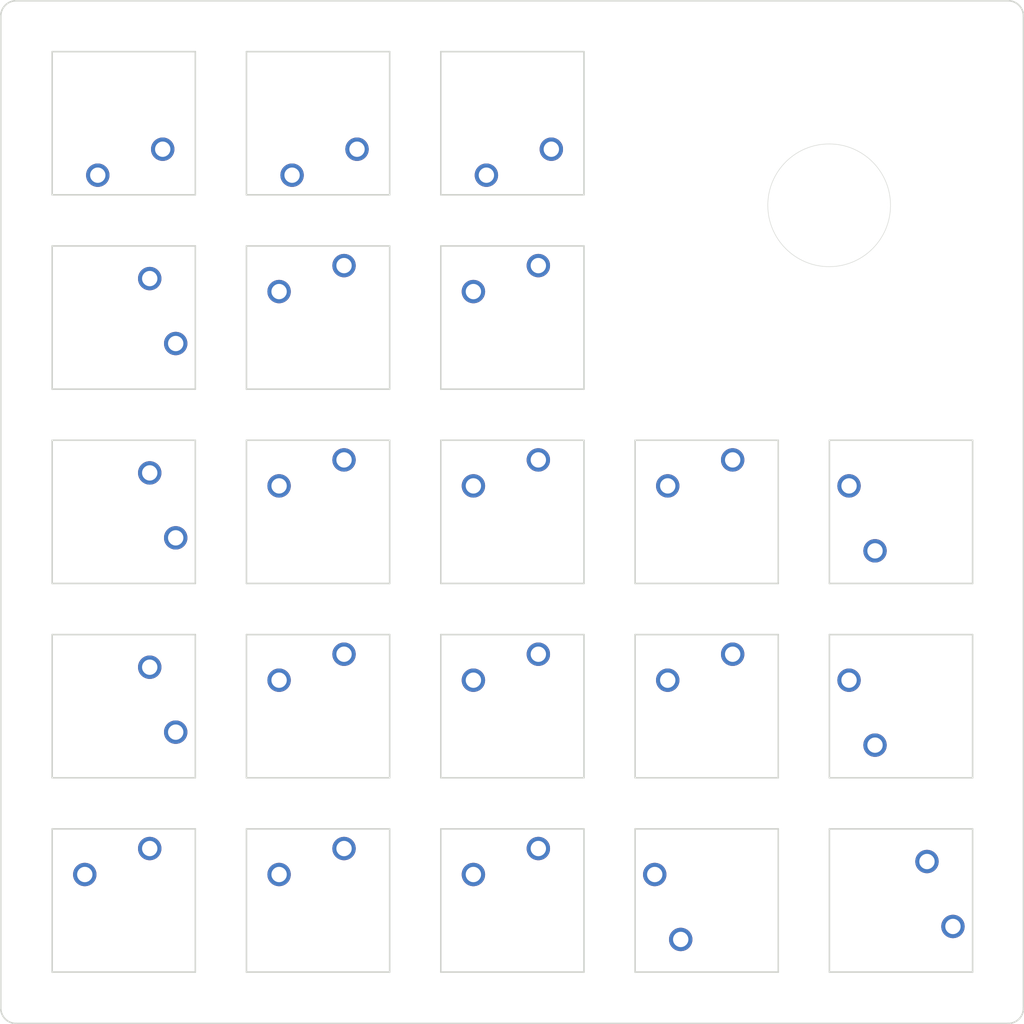
<source format=kicad_pcb>
(kicad_pcb (version 20211014) (generator pcbnew)
  (title_block (title "ortho-tb-top-plate") (rev "v1.0.0") (company "Unknown"))
  (layers (0 "F.Cu" signal) (31 "B.Cu" signal) (34 "B.Paste" user) (35 "F.Paste" user) (36 "B.SilkS" user "B.Silkscreen") (37 "F.SilkS" user "F.Silkscreen") (38 "B.Mask" user) (39 "F.Mask" user) (44 "Edge.Cuts" user))
  (net 0 "")
  (net 1 "GND")
  (net 2 "m_c1_r1")
  (net 3 "m_c1_r2")
  (net 4 "m_c1_r3")
  (net 5 "m_c1_r4")
  (net 6 "m_c1_r5")
  (net 7 "m_c2_r1")
  (net 8 "m_c2_r2")
  (net 9 "m_c2_r3")
  (net 10 "m_c2_r4")
  (net 11 "m_c2_r5")
  (net 12 "m_c3_r1")
  (net 13 "m_c3_r2")
  (net 14 "m_c3_r3")
  (net 15 "m_c3_r4")
  (net 16 "m_c3_r5")
  (net 17 "m_c4_r1")
  (net 18 "m_c4_r2")
  (net 19 "m_c4_r3")
  (net 20 "m_c5_r1")
  (net 21 "m_c5_r2")
  (net 22 "m_c5_r3")
  (footprint "MX" (layer "F.Cu") (at 12.025 -50.025 -90)
    (fp_text reference "S3" hide)
    (fp_text value "" hide)
    (pad "" np_thru_hole circle locked (at 0 0) (size 3.9878 3.9878) (drill 3.9878) (layers *.Cu *.Mask))
    (pad "" np_thru_hole circle locked (at 5.08 0) (size 1.7018 1.7018) (drill 1.7018) (layers *.Cu *.Mask))
    (pad "" np_thru_hole circle locked (at -5.08 0) (size 1.7018 1.7018) (drill 1.7018) (layers *.Cu *.Mask))
    (pad "1" thru_hole circle locked (at 2.54 -5.08) (size 2.286 2.286) (drill 1.4986) (layers *.Cu *.Mask) (net 1 "GND"))
    (pad "2" thru_hole circle locked (at -3.81 -2.54) (size 2.286 2.286) (drill 1.4986) (layers *.Cu *.Mask) (net 4 "m_c1_r3"))
  )
  (footprint "MountingHole:MountingHole_2.2mm_M2" (layer "F.Cu") (at 2.5 -97.5)
    (fp_text reference "" (at 0 0) (layer "F.SilkS") (effects (font (size 1.27 1.27))))
    (fp_text value "" (at 0 0) (layer "F.SilkS") (effects (font (size 1.27 1.27))))
    (pad "" np_thru_hole circle locked (at 0 0) (size 2.2 2.2) (drill 2.2) (layers *.Cu *.Mask))
  )
  (footprint "MX" (layer "F.Cu") (at 12.025 -12.025)
    (fp_text reference "S1" hide)
    (fp_text value "" hide)
    (pad "" np_thru_hole circle locked (at -5.08 0) (size 1.7018 1.7018) (drill 1.7018) (layers *.Cu *.Mask))
    (pad "" np_thru_hole circle locked (at 0 0) (size 3.9878 3.9878) (drill 3.9878) (layers *.Cu *.Mask))
    (pad "" np_thru_hole circle locked (at 5.08 0) (size 1.7018 1.7018) (drill 1.7018) (layers *.Cu *.Mask))
    (pad "1" thru_hole circle locked (at 2.54 -5.08) (size 2.286 2.286) (drill 1.4986) (layers *.Cu *.Mask) (net 1 "GND"))
    (pad "2" thru_hole circle locked (at -3.81 -2.54) (size 2.286 2.286) (drill 1.4986) (layers *.Cu *.Mask) (net 2 "m_c1_r1"))
  )
  (footprint "MountingHole:MountingHole_2.2mm_M2" (layer "F.Cu") (at 2.5 -2.5)
    (fp_text reference "" (at 0 0) (layer "F.SilkS") (effects (font (size 1.27 1.27))))
    (fp_text value "" (at 0 0) (layer "F.SilkS") (effects (font (size 1.27 1.27))))
    (pad "" np_thru_hole circle locked (at 0 0) (size 2.2 2.2) (drill 2.2) (layers *.Cu *.Mask))
  )
  (footprint "MX" (layer "F.Cu") (at 88.025 -50.025 90)
    (fp_text reference "S21" hide)
    (fp_text value "" hide)
    (pad "" np_thru_hole circle locked (at 5.08 0) (size 1.7018 1.7018) (drill 1.7018) (layers *.Cu *.Mask))
    (pad "" np_thru_hole circle locked (at -5.08 0) (size 1.7018 1.7018) (drill 1.7018) (layers *.Cu *.Mask))
    (pad "" np_thru_hole circle locked (at 0 0) (size 3.9878 3.9878) (drill 3.9878) (layers *.Cu *.Mask))
    (pad "1" thru_hole circle locked (at 2.54 -5.08) (size 2.286 2.286) (drill 1.4986) (layers *.Cu *.Mask) (net 1 "GND"))
    (pad "2" thru_hole circle locked (at -3.81 -2.54) (size 2.286 2.286) (drill 1.4986) (layers *.Cu *.Mask) (net 22 "m_c5_r3"))
  )
  (footprint "MountingHole:MountingHole_3.2mm_M3" (layer "F.Cu") (at 81 -80 136)
    (fp_text reference "" (at 0 0 136) (layer "F.SilkS") (effects (font (size 1.27 1.27))))
    (fp_text value "" (at 0 0 136) (layer "F.SilkS") (effects (font (size 1.27 1.27))))
    (pad "" np_thru_hole circle locked (at 16 0) (size 3 3) (drill 3) (layers *.Cu *.Mask))
    (pad "" np_thru_hole circle locked (at -8 13.856) (size 3 3) (drill 3) (layers *.Cu *.Mask))
    (pad "" np_thru_hole circle locked (at -8 -13.856) (size 3 3) (drill 3) (layers *.Cu *.Mask))
  )
  (footprint "MX" (layer "F.Cu") (at 12.025 -69.025 -90)
    (fp_text reference "S4" hide)
    (fp_text value "" hide)
    (pad "" np_thru_hole circle locked (at 5.08 0) (size 1.7018 1.7018) (drill 1.7018) (layers *.Cu *.Mask))
    (pad "" np_thru_hole circle locked (at -5.08 0) (size 1.7018 1.7018) (drill 1.7018) (layers *.Cu *.Mask))
    (pad "" np_thru_hole circle locked (at 0 0) (size 3.9878 3.9878) (drill 3.9878) (layers *.Cu *.Mask))
    (pad "1" thru_hole circle locked (at 2.54 -5.08) (size 2.286 2.286) (drill 1.4986) (layers *.Cu *.Mask) (net 1 "GND"))
    (pad "2" thru_hole circle locked (at -3.81 -2.54) (size 2.286 2.286) (drill 1.4986) (layers *.Cu *.Mask) (net 5 "m_c1_r4"))
  )
  (footprint "MountingHole:MountingHole_3.2mm_M3" (layer "F.Cu") (at 81 -80 159)
    (fp_text reference "" (at 0 0 159) (layer "F.SilkS") (effects (font (size 1.27 1.27))))
    (fp_text value "" (at 0 0 159) (layer "F.SilkS") (effects (font (size 1.27 1.27))))
    (pad "" np_thru_hole circle locked (at -9 15.588) (size 3 3) (drill 3) (layers *.Cu *.Mask))
    (pad "" np_thru_hole circle locked (at 18 0) (size 3 3) (drill 3) (layers *.Cu *.Mask))
    (pad "" np_thru_hole circle locked (at -9 -15.588) (size 3 3) (drill 3) (layers *.Cu *.Mask))
  )
  (footprint "MX" (layer "F.Cu") (at 31.025 -69.025)
    (fp_text reference "S9" hide)
    (fp_text value "" hide)
    (pad "" np_thru_hole circle locked (at 0 0) (size 3.9878 3.9878) (drill 3.9878) (layers *.Cu *.Mask))
    (pad "" np_thru_hole circle locked (at 5.08 0) (size 1.7018 1.7018) (drill 1.7018) (layers *.Cu *.Mask))
    (pad "" np_thru_hole circle locked (at -5.08 0) (size 1.7018 1.7018) (drill 1.7018) (layers *.Cu *.Mask))
    (pad "1" thru_hole circle locked (at 2.54 -5.08) (size 2.286 2.286) (drill 1.4986) (layers *.Cu *.Mask) (net 1 "GND"))
    (pad "2" thru_hole circle locked (at -3.81 -2.54) (size 2.286 2.286) (drill 1.4986) (layers *.Cu *.Mask) (net 10 "m_c2_r4"))
  )
  (footprint "MountingHole:MountingHole_3.2mm_M3" (layer "F.Cu") (at 81 -80 148)
    (fp_text reference "" (at 0 0 148) (layer "F.SilkS") (effects (font (size 1.27 1.27))))
    (fp_text value "" (at 0 0 148) (layer "F.SilkS") (effects (font (size 1.27 1.27))))
    (pad "" np_thru_hole circle locked (at 17 0) (size 3 3) (drill 3) (layers *.Cu *.Mask))
    (pad "" np_thru_hole circle locked (at -8.5 14.722) (size 3 3) (drill 3) (layers *.Cu *.Mask))
    (pad "" np_thru_hole circle locked (at -8.5 -14.722) (size 3 3) (drill 3) (layers *.Cu *.Mask))
  )
  (footprint "MountingHole:MountingHole_2.2mm_M2" (layer "F.Cu") (at 97.5 -97.5)
    (fp_text reference "" (at 0 0) (layer "F.SilkS") (effects (font (size 1.27 1.27))))
    (fp_text value "" (at 0 0) (layer "F.SilkS") (effects (font (size 1.27 1.27))))
    (pad "" np_thru_hole circle locked (at 0 0) (size 2.2 2.2) (drill 2.2) (layers *.Cu *.Mask))
  )
  (footprint "MX" (layer "F.Cu") (at 69.025 -31.025)
    (fp_text reference "S17" hide)
    (fp_text value "" hide)
    (pad "" np_thru_hole circle locked (at 5.08 0) (size 1.7018 1.7018) (drill 1.7018) (layers *.Cu *.Mask))
    (pad "" np_thru_hole circle locked (at 0 0) (size 3.9878 3.9878) (drill 3.9878) (layers *.Cu *.Mask))
    (pad "" np_thru_hole circle locked (at -5.08 0) (size 1.7018 1.7018) (drill 1.7018) (layers *.Cu *.Mask))
    (pad "1" thru_hole circle locked (at 2.54 -5.08) (size 2.286 2.286) (drill 1.4986) (layers *.Cu *.Mask) (net 1 "GND"))
    (pad "2" thru_hole circle locked (at -3.81 -2.54) (size 2.286 2.286) (drill 1.4986) (layers *.Cu *.Mask) (net 18 "m_c4_r2"))
  )
  (footprint "MountingHole:MountingHole_3.2mm_M3" (layer "F.Cu") (at 81 -80 180)
    (fp_text reference "" (at 0 0 180) (layer "F.SilkS") (effects (font (size 1.27 1.27))))
    (fp_text value "" (at 0 0 180) (layer "F.SilkS") (effects (font (size 1.27 1.27))))
    (pad "" np_thru_hole circle locked (at 20.35 0) (size 3 3) (drill 3) (layers *.Cu *.Mask))
    (pad "" np_thru_hole circle locked (at -10.175 -17.6231) (size 3 3) (drill 3) (layers *.Cu *.Mask))
    (pad "" np_thru_hole circle locked (at -10.175 17.6231) (size 3 3) (drill 3) (layers *.Cu *.Mask))
  )
  (footprint "MX" (layer "F.Cu") (at 69.025 -50.025)
    (fp_text reference "S18" hide)
    (fp_text value "" hide)
    (pad "" np_thru_hole circle locked (at 5.08 0) (size 1.7018 1.7018) (drill 1.7018) (layers *.Cu *.Mask))
    (pad "" np_thru_hole circle locked (at -5.08 0) (size 1.7018 1.7018) (drill 1.7018) (layers *.Cu *.Mask))
    (pad "" np_thru_hole circle locked (at 0 0) (size 3.9878 3.9878) (drill 3.9878) (layers *.Cu *.Mask))
    (pad "1" thru_hole circle locked (at 2.54 -5.08) (size 2.286 2.286) (drill 1.4986) (layers *.Cu *.Mask) (net 1 "GND"))
    (pad "2" thru_hole circle locked (at -3.81 -2.54) (size 2.286 2.286) (drill 1.4986) (layers *.Cu *.Mask) (net 19 "m_c4_r3"))
  )
  (footprint "MX" (layer "F.Cu") (at 88.025 -12.025 -90)
    (fp_text reference "S19" hide)
    (fp_text value "" hide)
    (pad "" np_thru_hole circle locked (at 0 0) (size 3.9878 3.9878) (drill 3.9878) (layers *.Cu *.Mask))
    (pad "" np_thru_hole circle locked (at 5.08 0) (size 1.7018 1.7018) (drill 1.7018) (layers *.Cu *.Mask))
    (pad "" np_thru_hole circle locked (at -5.08 0) (size 1.7018 1.7018) (drill 1.7018) (layers *.Cu *.Mask))
    (pad "1" thru_hole circle locked (at 2.54 -5.08) (size 2.286 2.286) (drill 1.4986) (layers *.Cu *.Mask) (net 1 "GND"))
    (pad "2" thru_hole circle locked (at -3.81 -2.54) (size 2.286 2.286) (drill 1.4986) (layers *.Cu *.Mask) (net 20 "m_c5_r1"))
  )
  (footprint "MountingHole:MountingHole_3.2mm_M3" (layer "F.Cu") (at 81 -80 170)
    (fp_text reference "" (at 0 0 170) (layer "F.SilkS") (effects (font (size 1.27 1.27))))
    (fp_text value "" (at 0 0 170) (layer "F.SilkS") (effects (font (size 1.27 1.27))))
    (pad "" np_thru_hole circle locked (at -9.5 -16.454) (size 3 3) (drill 3) (layers *.Cu *.Mask))
    (pad "" np_thru_hole circle locked (at 19 0) (size 3 3) (drill 3) (layers *.Cu *.Mask))
    (pad "" np_thru_hole circle locked (at -9.5 16.454) (size 3 3) (drill 3) (layers *.Cu *.Mask))
  )
  (footprint "MX" (layer "F.Cu") (at 69.025 -12.025 90)
    (fp_text reference "S16" hide)
    (fp_text value "" hide)
    (pad "" np_thru_hole circle locked (at 0 0) (size 3.9878 3.9878) (drill 3.9878) (layers *.Cu *.Mask))
    (pad "" np_thru_hole circle locked (at -5.08 0) (size 1.7018 1.7018) (drill 1.7018) (layers *.Cu *.Mask))
    (pad "" np_thru_hole circle locked (at 5.08 0) (size 1.7018 1.7018) (drill 1.7018) (layers *.Cu *.Mask))
    (pad "1" thru_hole circle locked (at 2.54 -5.08) (size 2.286 2.286) (drill 1.4986) (layers *.Cu *.Mask) (net 1 "GND"))
    (pad "2" thru_hole circle locked (at -3.81 -2.54) (size 2.286 2.286) (drill 1.4986) (layers *.Cu *.Mask) (net 17 "m_c4_r1"))
  )
  (footprint "MX" (layer "F.Cu") (at 12.025 -88.025 180)
    (fp_text reference "S5" hide)
    (fp_text value "" hide)
    (pad "" np_thru_hole circle locked (at -5.08 0) (size 1.7018 1.7018) (drill 1.7018) (layers *.Cu *.Mask))
    (pad "" np_thru_hole circle locked (at 5.08 0) (size 1.7018 1.7018) (drill 1.7018) (layers *.Cu *.Mask))
    (pad "" np_thru_hole circle locked (at 0 0) (size 3.9878 3.9878) (drill 3.9878) (layers *.Cu *.Mask))
    (pad "1" thru_hole circle locked (at 2.54 -5.08) (size 2.286 2.286) (drill 1.4986) (layers *.Cu *.Mask) (net 1 "GND"))
    (pad "2" thru_hole circle locked (at -3.81 -2.54) (size 2.286 2.286) (drill 1.4986) (layers *.Cu *.Mask) (net 6 "m_c1_r5"))
  )
  (footprint "MX" (layer "F.Cu") (at 50.025 -31.025)
    (fp_text reference "S12" hide)
    (fp_text value "" hide)
    (pad "" np_thru_hole circle locked (at 0 0) (size 3.9878 3.9878) (drill 3.9878) (layers *.Cu *.Mask))
    (pad "" np_thru_hole circle locked (at -5.08 0) (size 1.7018 1.7018) (drill 1.7018) (layers *.Cu *.Mask))
    (pad "" np_thru_hole circle locked (at 5.08 0) (size 1.7018 1.7018) (drill 1.7018) (layers *.Cu *.Mask))
    (pad "1" thru_hole circle locked (at 2.54 -5.08) (size 2.286 2.286) (drill 1.4986) (layers *.Cu *.Mask) (net 1 "GND"))
    (pad "2" thru_hole circle locked (at -3.81 -2.54) (size 2.286 2.286) (drill 1.4986) (layers *.Cu *.Mask) (net 13 "m_c3_r2"))
  )
  (footprint "MX" (layer "F.Cu") (at 31.025 -12.025)
    (fp_text reference "S6" hide)
    (fp_text value "" hide)
    (pad "" np_thru_hole circle locked (at -5.08 0) (size 1.7018 1.7018) (drill 1.7018) (layers *.Cu *.Mask))
    (pad "" np_thru_hole circle locked (at 5.08 0) (size 1.7018 1.7018) (drill 1.7018) (layers *.Cu *.Mask))
    (pad "" np_thru_hole circle locked (at 0 0) (size 3.9878 3.9878) (drill 3.9878) (layers *.Cu *.Mask))
    (pad "1" thru_hole circle locked (at 2.54 -5.08) (size 2.286 2.286) (drill 1.4986) (layers *.Cu *.Mask) (net 1 "GND"))
    (pad "2" thru_hole circle locked (at -3.81 -2.54) (size 2.286 2.286) (drill 1.4986) (layers *.Cu *.Mask) (net 7 "m_c2_r1"))
  )
  (footprint "MX" (layer "F.Cu") (at 31.025 -88.025 180)
    (fp_text reference "S10" hide)
    (fp_text value "" hide)
    (pad "" np_thru_hole circle locked (at -5.08 0) (size 1.7018 1.7018) (drill 1.7018) (layers *.Cu *.Mask))
    (pad "" np_thru_hole circle locked (at 5.08 0) (size 1.7018 1.7018) (drill 1.7018) (layers *.Cu *.Mask))
    (pad "" np_thru_hole circle locked (at 0 0) (size 3.9878 3.9878) (drill 3.9878) (layers *.Cu *.Mask))
    (pad "1" thru_hole circle locked (at 2.54 -5.08) (size 2.286 2.286) (drill 1.4986) (layers *.Cu *.Mask) (net 1 "GND"))
    (pad "2" thru_hole circle locked (at -3.81 -2.54) (size 2.286 2.286) (drill 1.4986) (layers *.Cu *.Mask) (net 11 "m_c2_r5"))
  )
  (footprint "MX" (layer "F.Cu") (at 50.025 -50.025)
    (fp_text reference "S13" hide)
    (fp_text value "" hide)
    (pad "" np_thru_hole circle locked (at 0 0) (size 3.9878 3.9878) (drill 3.9878) (layers *.Cu *.Mask))
    (pad "" np_thru_hole circle locked (at -5.08 0) (size 1.7018 1.7018) (drill 1.7018) (layers *.Cu *.Mask))
    (pad "" np_thru_hole circle locked (at 5.08 0) (size 1.7018 1.7018) (drill 1.7018) (layers *.Cu *.Mask))
    (pad "1" thru_hole circle locked (at 2.54 -5.08) (size 2.286 2.286) (drill 1.4986) (layers *.Cu *.Mask) (net 1 "GND"))
    (pad "2" thru_hole circle locked (at -3.81 -2.54) (size 2.286 2.286) (drill 1.4986) (layers *.Cu *.Mask) (net 14 "m_c3_r3"))
  )
  (footprint "MX" (layer "F.Cu") (at 12.025 -31.025 -90)
    (fp_text reference "S2" hide)
    (fp_text value "" hide)
    (pad "" np_thru_hole circle locked (at -5.08 0) (size 1.7018 1.7018) (drill 1.7018) (layers *.Cu *.Mask))
    (pad "" np_thru_hole circle locked (at 0 0) (size 3.9878 3.9878) (drill 3.9878) (layers *.Cu *.Mask))
    (pad "" np_thru_hole circle locked (at 5.08 0) (size 1.7018 1.7018) (drill 1.7018) (layers *.Cu *.Mask))
    (pad "1" thru_hole circle locked (at 2.54 -5.08) (size 2.286 2.286) (drill 1.4986) (layers *.Cu *.Mask) (net 1 "GND"))
    (pad "2" thru_hole circle locked (at -3.81 -2.54) (size 2.286 2.286) (drill 1.4986) (layers *.Cu *.Mask) (net 3 "m_c1_r2"))
  )
  (footprint "MX" (layer "F.Cu") (at 50.025 -12.025)
    (fp_text reference "S11" hide)
    (fp_text value "" hide)
    (pad "" np_thru_hole circle locked (at 5.08 0) (size 1.7018 1.7018) (drill 1.7018) (layers *.Cu *.Mask))
    (pad "" np_thru_hole circle locked (at -5.08 0) (size 1.7018 1.7018) (drill 1.7018) (layers *.Cu *.Mask))
    (pad "" np_thru_hole circle locked (at 0 0) (size 3.9878 3.9878) (drill 3.9878) (layers *.Cu *.Mask))
    (pad "1" thru_hole circle locked (at 2.54 -5.08) (size 2.286 2.286) (drill 1.4986) (layers *.Cu *.Mask) (net 1 "GND"))
    (pad "2" thru_hole circle locked (at -3.81 -2.54) (size 2.286 2.286) (drill 1.4986) (layers *.Cu *.Mask) (net 12 "m_c3_r1"))
  )
  (footprint "MX" (layer "F.Cu") (at 50.025 -69.025)
    (fp_text reference "S14" hide)
    (fp_text value "" hide)
    (pad "" np_thru_hole circle locked (at 5.08 0) (size 1.7018 1.7018) (drill 1.7018) (layers *.Cu *.Mask))
    (pad "" np_thru_hole circle locked (at 0 0) (size 3.9878 3.9878) (drill 3.9878) (layers *.Cu *.Mask))
    (pad "" np_thru_hole circle locked (at -5.08 0) (size 1.7018 1.7018) (drill 1.7018) (layers *.Cu *.Mask))
    (pad "1" thru_hole circle locked (at 2.54 -5.08) (size 2.286 2.286) (drill 1.4986) (layers *.Cu *.Mask) (net 1 "GND"))
    (pad "2" thru_hole circle locked (at -3.81 -2.54) (size 2.286 2.286) (drill 1.4986) (layers *.Cu *.Mask) (net 15 "m_c3_r4"))
  )
  (footprint "MountingHole:MountingHole_2.2mm_M2" (layer "F.Cu") (at 97.5 -2.5)
    (fp_text reference "" (at 0 0) (layer "F.SilkS") (effects (font (size 1.27 1.27))))
    (fp_text value "" (at 0 0) (layer "F.SilkS") (effects (font (size 1.27 1.27))))
    (pad "" np_thru_hole circle locked (at 0 0) (size 2.2 2.2) (drill 2.2) (layers *.Cu *.Mask))
  )
  (footprint "MX" (layer "F.Cu") (at 31.025 -50.025)
    (fp_text reference "S8" hide)
    (fp_text value "" hide)
    (pad "" np_thru_hole circle locked (at 5.08 0) (size 1.7018 1.7018) (drill 1.7018) (layers *.Cu *.Mask))
    (pad "" np_thru_hole circle locked (at 0 0) (size 3.9878 3.9878) (drill 3.9878) (layers *.Cu *.Mask))
    (pad "" np_thru_hole circle locked (at -5.08 0) (size 1.7018 1.7018) (drill 1.7018) (layers *.Cu *.Mask))
    (pad "1" thru_hole circle locked (at 2.54 -5.08) (size 2.286 2.286) (drill 1.4986) (layers *.Cu *.Mask) (net 1 "GND"))
    (pad "2" thru_hole circle locked (at -3.81 -2.54) (size 2.286 2.286) (drill 1.4986) (layers *.Cu *.Mask) (net 9 "m_c2_r3"))
  )
  (footprint "MX" (layer "F.Cu") (at 88.025 -31.025 90)
    (fp_text reference "S20" hide)
    (fp_text value "" hide)
    (pad "" np_thru_hole circle locked (at -5.08 0) (size 1.7018 1.7018) (drill 1.7018) (layers *.Cu *.Mask))
    (pad "" np_thru_hole circle locked (at 5.08 0) (size 1.7018 1.7018) (drill 1.7018) (layers *.Cu *.Mask))
    (pad "" np_thru_hole circle locked (at 0 0) (size 3.9878 3.9878) (drill 3.9878) (layers *.Cu *.Mask))
    (pad "1" thru_hole circle locked (at 2.54 -5.08) (size 2.286 2.286) (drill 1.4986) (layers *.Cu *.Mask) (net 1 "GND"))
    (pad "2" thru_hole circle locked (at -3.81 -2.54) (size 2.286 2.286) (drill 1.4986) (layers *.Cu *.Mask) (net 21 "m_c5_r2"))
  )
  (footprint "MX" (layer "F.Cu") (at 31.025 -31.025)
    (fp_text reference "S7" hide)
    (fp_text value "" hide)
    (pad "" np_thru_hole circle locked (at 5.08 0) (size 1.7018 1.7018) (drill 1.7018) (layers *.Cu *.Mask))
    (pad "" np_thru_hole circle locked (at 0 0) (size 3.9878 3.9878) (drill 3.9878) (layers *.Cu *.Mask))
    (pad "" np_thru_hole circle locked (at -5.08 0) (size 1.7018 1.7018) (drill 1.7018) (layers *.Cu *.Mask))
    (pad "1" thru_hole circle locked (at 2.54 -5.08) (size 2.286 2.286) (drill 1.4986) (layers *.Cu *.Mask) (net 1 "GND"))
    (pad "2" thru_hole circle locked (at -3.81 -2.54) (size 2.286 2.286) (drill 1.4986) (layers *.Cu *.Mask) (net 8 "m_c2_r2"))
  )
  (footprint "MX" (layer "F.Cu") (at 50.025 -88.025 180)
    (fp_text reference "S15" hide)
    (fp_text value "" hide)
    (pad "" np_thru_hole circle locked (at 5.08 0) (size 1.7018 1.7018) (drill 1.7018) (layers *.Cu *.Mask))
    (pad "" np_thru_hole circle locked (at -5.08 0) (size 1.7018 1.7018) (drill 1.7018) (layers *.Cu *.Mask))
    (pad "" np_thru_hole circle locked (at 0 0) (size 3.9878 3.9878) (drill 3.9878) (layers *.Cu *.Mask))
    (pad "1" thru_hole circle locked (at 2.54 -5.08) (size 2.286 2.286) (drill 1.4986) (layers *.Cu *.Mask) (net 1 "GND"))
    (pad "2" thru_hole circle locked (at -3.81 -2.54) (size 2.286 2.286) (drill 1.4986) (layers *.Cu *.Mask) (net 16 "m_c3_r5"))
  )
  (gr_line (start 95.025 -5.025) (end 95.025 -19.025) (layer "Edge.Cuts") (width 0.15))
  (gr_line (start 19.025 -43.025) (end 19.025 -57.025) (layer "Edge.Cuts") (width 0.15))
  (gr_line (start 19.025 -76.025) (end 5.025 -76.025) (layer "Edge.Cuts") (width 0.15))
  (gr_line (start 38.025 -57.025) (end 24.025 -57.025) (layer "Edge.Cuts") (width 0.15))
  (gr_line (start 76.025 -57.025) (end 62.025 -57.025) (layer "Edge.Cuts") (width 0.15))
  (gr_line (start 38.025 -5.025) (end 38.025 -19.025) (layer "Edge.Cuts") (width 0.15))
  (gr_line (start 43.025 -38.025) (end 43.025 -24.025) (layer "Edge.Cuts") (width 0.15))
  (gr_line (start 100 -1.5) (end 100 -98.5) (layer "Edge.Cuts") (width 0.15))
  (gr_line (start 5.025 -95.025) (end 5.025 -81.025) (layer "Edge.Cuts") (width 0.15))
  (gr_line (start 24.025 -38.025) (end 24.025 -24.025) (layer "Edge.Cuts") (width 0.15))
  (gr_line (start 38.025 -95.025) (end 24.025 -95.025) (layer "Edge.Cuts") (width 0.15))
  (gr_line (start 19.025 -81.025) (end 19.025 -95.025) (layer "Edge.Cuts") (width 0.15))
  (gr_line (start 43.025 -24.025) (end 57.025 -24.025) (layer "Edge.Cuts") (width 0.15))
  (gr_line (start 95.025 -43.025) (end 95.025 -57.025) (layer "Edge.Cuts") (width 0.15))
  (gr_line (start 81.025 -5.025) (end 95.025 -5.025) (layer "Edge.Cuts") (width 0.15))
  (gr_line (start 95.025 -24.025) (end 95.025 -38.025) (layer "Edge.Cuts") (width 0.15))
  (gr_line (start 19.025 -5.025) (end 19.025 -19.025) (layer "Edge.Cuts") (width 0.15))
  (gr_line (start 62.025 -43.025) (end 76.025 -43.025) (layer "Edge.Cuts") (width 0.15))
  (gr_line (start 24.025 -24.025) (end 38.025 -24.025) (layer "Edge.Cuts") (width 0.15))
  (gr_line (start 43.025 -81.025) (end 57.025 -81.025) (layer "Edge.Cuts") (width 0.15))
  (gr_line (start 57.025 -5.025) (end 57.025 -19.025) (layer "Edge.Cuts") (width 0.15))
  (gr_line (start 62.025 -38.025) (end 62.025 -24.025) (layer "Edge.Cuts") (width 0.15))
  (gr_line (start 57.025 -95.025) (end 43.025 -95.025) (layer "Edge.Cuts") (width 0.15))
  (gr_line (start 38.025 -62.025) (end 38.025 -76.025) (layer "Edge.Cuts") (width 0.15))
  (gr_line (start 43.025 -5.025) (end 57.025 -5.025) (layer "Edge.Cuts") (width 0.15))
  (gr_line (start 43.025 -19.025) (end 43.025 -5.025) (layer "Edge.Cuts") (width 0.15))
  (gr_arc (start 98.5 -100) (mid 99.56066 -99.56066) (end 100 -98.5) (layer "Edge.Cuts") (width 0.15))
  (gr_line (start 0 -98.5) (end 0 -1.5) (layer "Edge.Cuts") (width 0.15))
  (gr_line (start 95.025 -19.025) (end 81.025 -19.025) (layer "Edge.Cuts") (width 0.15))
  (gr_arc (start 0 -98.5) (mid 0.43934 -99.56066) (end 1.5 -100) (layer "Edge.Cuts") (width 0.15))
  (gr_line (start 24.025 -95.025) (end 24.025 -81.025) (layer "Edge.Cuts") (width 0.15))
  (gr_circle (center 81 -80) (end 87 -80) (layer "Edge.Cuts") (width 0.05) (fill none))
  (gr_line (start 5.025 -57.025) (end 5.025 -43.025) (layer "Edge.Cuts") (width 0.15))
  (gr_line (start 5.025 -81.025) (end 19.025 -81.025) (layer "Edge.Cuts") (width 0.15))
  (gr_line (start 81.025 -38.025) (end 81.025 -24.025) (layer "Edge.Cuts") (width 0.15))
  (gr_line (start 38.025 -43.025) (end 38.025 -57.025) (layer "Edge.Cuts") (width 0.15))
  (gr_line (start 43.025 -57.025) (end 43.025 -43.025) (layer "Edge.Cuts") (width 0.15))
  (gr_line (start 43.025 -62.025) (end 57.025 -62.025) (layer "Edge.Cuts") (width 0.15))
  (gr_line (start 76.025 -19.025) (end 62.025 -19.025) (layer "Edge.Cuts") (width 0.15))
  (gr_line (start 38.025 -19.025) (end 24.025 -19.025) (layer "Edge.Cuts") (width 0.15))
  (gr_line (start 57.025 -81.025) (end 57.025 -95.025) (layer "Edge.Cuts") (width 0.15))
  (gr_line (start 24.025 -81.025) (end 38.025 -81.025) (layer "Edge.Cuts") (width 0.15))
  (gr_line (start 1.5 0) (end 98.5 0) (layer "Edge.Cuts") (width 0.15))
  (gr_line (start 62.025 -5.025) (end 76.025 -5.025) (layer "Edge.Cuts") (width 0.15))
  (gr_line (start 81.025 -19.025) (end 81.025 -5.025) (layer "Edge.Cuts") (width 0.15))
  (gr_arc (start 100 -1.5) (mid 99.56066 -0.43934) (end 98.5 0) (layer "Edge.Cuts") (width 0.15))
  (gr_line (start 19.025 -24.025) (end 19.025 -38.025) (layer "Edge.Cuts") (width 0.15))
  (gr_line (start 5.025 -24.025) (end 19.025 -24.025) (layer "Edge.Cuts") (width 0.15))
  (gr_line (start 95.025 -38.025) (end 81.025 -38.025) (layer "Edge.Cuts") (width 0.15))
  (gr_line (start 38.025 -81.025) (end 38.025 -95.025) (layer "Edge.Cuts") (width 0.15))
  (gr_line (start 24.025 -5.025) (end 38.025 -5.025) (layer "Edge.Cuts") (width 0.15))
  (gr_line (start 5.025 -76.025) (end 5.025 -62.025) (layer "Edge.Cuts") (width 0.15))
  (gr_line (start 19.025 -57.025) (end 5.025 -57.025) (layer "Edge.Cuts") (width 0.15))
  (gr_line (start 57.025 -24.025) (end 57.025 -38.025) (layer "Edge.Cuts") (width 0.15))
  (gr_line (start 38.025 -24.025) (end 38.025 -38.025) (layer "Edge.Cuts") (width 0.15))
  (gr_line (start 95.025 -57.025) (end 81.025 -57.025) (layer "Edge.Cuts") (width 0.15))
  (gr_line (start 24.025 -62.025) (end 38.025 -62.025) (layer "Edge.Cuts") (width 0.15))
  (gr_line (start 38.025 -38.025) (end 24.025 -38.025) (layer "Edge.Cuts") (width 0.15))
  (gr_line (start 43.025 -43.025) (end 57.025 -43.025) (layer "Edge.Cuts") (width 0.15))
  (gr_line (start 62.025 -24.025) (end 76.025 -24.025) (layer "Edge.Cuts") (width 0.15))
  (gr_line (start 24.025 -57.025) (end 24.025 -43.025) (layer "Edge.Cuts") (width 0.15))
  (gr_line (start 81.025 -57.025) (end 81.025 -43.025) (layer "Edge.Cuts") (width 0.15))
  (gr_line (start 76.025 -24.025) (end 76.025 -38.025) (layer "Edge.Cuts") (width 0.15))
  (gr_line (start 24.025 -43.025) (end 38.025 -43.025) (layer "Edge.Cuts") (width 0.15))
  (gr_line (start 19.025 -95.025) (end 5.025 -95.025) (layer "Edge.Cuts") (width 0.15))
  (gr_line (start 43.025 -95.025) (end 43.025 -81.025) (layer "Edge.Cuts") (width 0.15))
  (gr_line (start 62.025 -57.025) (end 62.025 -43.025) (layer "Edge.Cuts") (width 0.15))
  (gr_arc (start 1.5 0) (mid 0.43934 -0.43934) (end 0 -1.5) (layer "Edge.Cuts") (width 0.15))
  (gr_line (start 62.025 -19.025) (end 62.025 -5.025) (layer "Edge.Cuts") (width 0.15))
  (gr_line (start 43.025 -76.025) (end 43.025 -62.025) (layer "Edge.Cuts") (width 0.15))
  (gr_line (start 5.025 -5.025) (end 19.025 -5.025) (layer "Edge.Cuts") (width 0.15))
  (gr_line (start 57.025 -38.025) (end 43.025 -38.025) (layer "Edge.Cuts") (width 0.15))
  (gr_line (start 57.025 -62.025) (end 57.025 -76.025) (layer "Edge.Cuts") (width 0.15))
  (gr_line (start 57.025 -76.025) (end 43.025 -76.025) (layer "Edge.Cuts") (width 0.15))
  (gr_line (start 19.025 -19.025) (end 5.025 -19.025) (layer "Edge.Cuts") (width 0.15))
  (gr_line (start 76.025 -43.025) (end 76.025 -57.025) (layer "Edge.Cuts") (width 0.15))
  (gr_line (start 57.025 -43.025) (end 57.025 -57.025) (layer "Edge.Cuts") (width 0.15))
  (gr_line (start 76.025 -38.025) (end 62.025 -38.025) (layer "Edge.Cuts") (width 0.15))
  (gr_line (start 5.025 -43.025) (end 19.025 -43.025) (layer "Edge.Cuts") (width 0.15))
  (gr_line (start 5.025 -38.025) (end 5.025 -24.025) (layer "Edge.Cuts") (width 0.15))
  (gr_line (start 24.025 -76.025) (end 24.025 -62.025) (layer "Edge.Cuts") (width 0.15))
  (gr_line (start 98.5 -100) (end 1.5 -100) (layer "Edge.Cuts") (width 0.15))
  (gr_line (start 24.025 -19.025) (end 24.025 -5.025) (layer "Edge.Cuts") (width 0.15))
  (gr_line (start 19.025 -38.025) (end 5.025 -38.025) (layer "Edge.Cuts") (width 0.15))
  (gr_line (start 57.025 -57.025) (end 43.025 -57.025) (layer "Edge.Cuts") (width 0.15))
  (gr_line (start 81.025 -24.025) (end 95.025 -24.025) (layer "Edge.Cuts") (width 0.15))
  (gr_line (start 5.025 -19.025) (end 5.025 -5.025) (layer "Edge.Cuts") (width 0.15))
  (gr_line (start 19.025 -62.025) (end 19.025 -76.025) (layer "Edge.Cuts") (width 0.15))
  (gr_line (start 76.025 -5.025) (end 76.025 -19.025) (layer "Edge.Cuts") (width 0.15))
  (gr_line (start 5.025 -62.025) (end 19.025 -62.025) (layer "Edge.Cuts") (width 0.15))
  (gr_line (start 57.025 -19.025) (end 43.025 -19.025) (layer "Edge.Cuts") (width 0.15))
  (gr_line (start 38.025 -76.025) (end 24.025 -76.025) (layer "Edge.Cuts") (width 0.15))
  (gr_line (start 81.025 -43.025) (end 95.025 -43.025) (layer "Edge.Cuts") (width 0.15))
)
</source>
